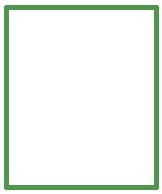
<source format=gm1>
G04 #@! TF.GenerationSoftware,KiCad,Pcbnew,(5.1.10)-1*
G04 #@! TF.CreationDate,2022-03-28T09:59:46-04:00*
G04 #@! TF.ProjectId,Pot_Pins,506f745f-5069-46e7-932e-6b696361645f,3*
G04 #@! TF.SameCoordinates,Original*
G04 #@! TF.FileFunction,Profile,NP*
%FSLAX46Y46*%
G04 Gerber Fmt 4.6, Leading zero omitted, Abs format (unit mm)*
G04 Created by KiCad (PCBNEW (5.1.10)-1) date 2022-03-28 09:59:46*
%MOMM*%
%LPD*%
G01*
G04 APERTURE LIST*
G04 #@! TA.AperFunction,Profile*
%ADD10C,0.381000*%
G04 #@! TD*
G04 APERTURE END LIST*
D10*
X157500000Y-139712400D02*
X144800000Y-139712400D01*
X157500000Y-124472400D02*
X157500000Y-139712400D01*
X144800000Y-124472400D02*
X157500000Y-124472400D01*
X144800000Y-139712400D02*
X144800000Y-124472400D01*
M02*

</source>
